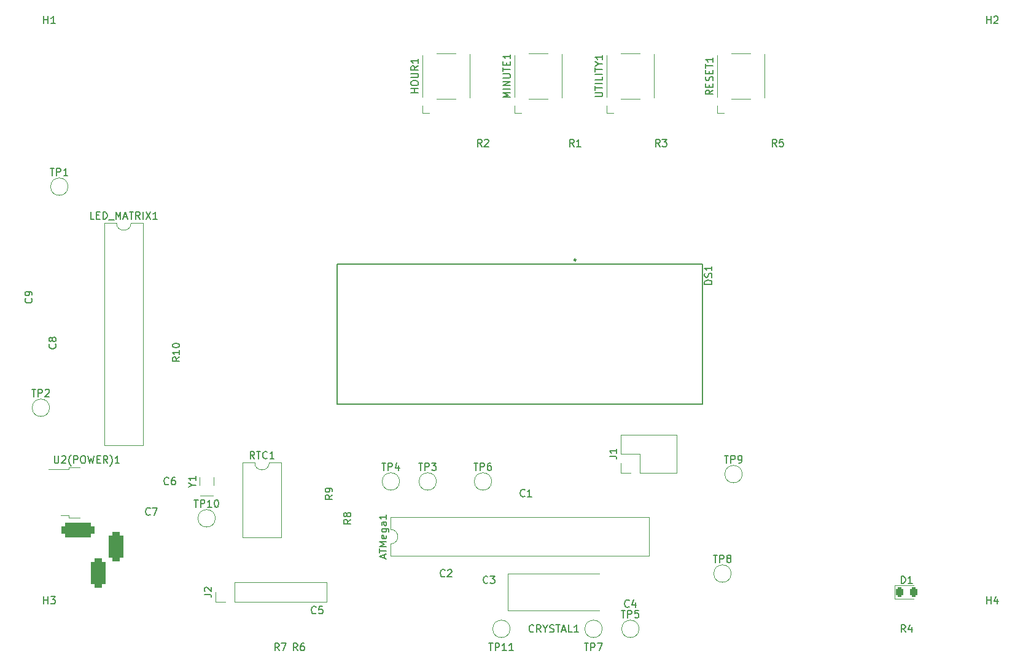
<source format=gbr>
%TF.GenerationSoftware,KiCad,Pcbnew,(6.0.5-0)*%
%TF.CreationDate,2022-07-21T21:11:39-05:00*%
%TF.ProjectId,hps-schematic-2.0,6870732d-7363-4686-956d-617469632d32,rev?*%
%TF.SameCoordinates,PX4c4db10PY8a12ae0*%
%TF.FileFunction,Legend,Top*%
%TF.FilePolarity,Positive*%
%FSLAX46Y46*%
G04 Gerber Fmt 4.6, Leading zero omitted, Abs format (unit mm)*
G04 Created by KiCad (PCBNEW (6.0.5-0)) date 2022-07-21 21:11:39*
%MOMM*%
%LPD*%
G01*
G04 APERTURE LIST*
G04 Aperture macros list*
%AMRoundRect*
0 Rectangle with rounded corners*
0 $1 Rounding radius*
0 $2 $3 $4 $5 $6 $7 $8 $9 X,Y pos of 4 corners*
0 Add a 4 corners polygon primitive as box body*
4,1,4,$2,$3,$4,$5,$6,$7,$8,$9,$2,$3,0*
0 Add four circle primitives for the rounded corners*
1,1,$1+$1,$2,$3*
1,1,$1+$1,$4,$5*
1,1,$1+$1,$6,$7*
1,1,$1+$1,$8,$9*
0 Add four rect primitives between the rounded corners*
20,1,$1+$1,$2,$3,$4,$5,0*
20,1,$1+$1,$4,$5,$6,$7,0*
20,1,$1+$1,$6,$7,$8,$9,0*
20,1,$1+$1,$8,$9,$2,$3,0*%
G04 Aperture macros list end*
%ADD10C,0.150000*%
%ADD11C,0.120000*%
%ADD12C,0.250000*%
%ADD13R,1.400000X1.150000*%
%ADD14C,3.200000*%
%ADD15R,1.150000X1.400000*%
%ADD16R,2.200000X1.200000*%
%ADD17R,6.400000X5.800000*%
%ADD18R,1.600000X1.600000*%
%ADD19O,1.600000X1.600000*%
%ADD20C,2.000000*%
%ADD21O,1.700000X1.700000*%
%ADD22R,1.700000X1.700000*%
%ADD23R,1.400000X1.600000*%
%ADD24RoundRect,0.243750X-0.243750X-0.456250X0.243750X-0.456250X0.243750X0.456250X-0.243750X0.456250X0*%
%ADD25R,1.400000X1.400000*%
%ADD26C,1.400000*%
%ADD27R,1.800000X1.000000*%
%ADD28R,4.500000X2.000000*%
%ADD29RoundRect,0.500000X1.750000X0.500000X-1.750000X0.500000X-1.750000X-0.500000X1.750000X-0.500000X0*%
%ADD30RoundRect,0.500000X-0.500000X1.500000X-0.500000X-1.500000X0.500000X-1.500000X0.500000X1.500000X0*%
%ADD31R,3.000000X3.000000*%
%ADD32C,3.000000*%
G04 APERTURE END LIST*
D10*
%TO.C,R6*%
X39203333Y2087620D02*
X38870000Y2563810D01*
X38631904Y2087620D02*
X38631904Y3087620D01*
X39012857Y3087620D01*
X39108095Y3040000D01*
X39155714Y2992381D01*
X39203333Y2897143D01*
X39203333Y2754286D01*
X39155714Y2659048D01*
X39108095Y2611429D01*
X39012857Y2563810D01*
X38631904Y2563810D01*
X40060476Y3087620D02*
X39870000Y3087620D01*
X39774761Y3040000D01*
X39727142Y2992381D01*
X39631904Y2849524D01*
X39584285Y2659048D01*
X39584285Y2278096D01*
X39631904Y2182858D01*
X39679523Y2135239D01*
X39774761Y2087620D01*
X39965238Y2087620D01*
X40060476Y2135239D01*
X40108095Y2182858D01*
X40155714Y2278096D01*
X40155714Y2516191D01*
X40108095Y2611429D01*
X40060476Y2659048D01*
X39965238Y2706667D01*
X39774761Y2706667D01*
X39679523Y2659048D01*
X39631904Y2611429D01*
X39584285Y2516191D01*
%TO.C,H4*%
X134228095Y8527620D02*
X134228095Y9527620D01*
X134228095Y9051429D02*
X134799523Y9051429D01*
X134799523Y8527620D02*
X134799523Y9527620D01*
X135704285Y9194286D02*
X135704285Y8527620D01*
X135466190Y9575239D02*
X135228095Y8860953D01*
X135847142Y8860953D01*
%TO.C,C3*%
X65433333Y11452858D02*
X65385714Y11405239D01*
X65242857Y11357620D01*
X65147619Y11357620D01*
X65004761Y11405239D01*
X64909523Y11500477D01*
X64861904Y11595715D01*
X64814285Y11786191D01*
X64814285Y11929048D01*
X64861904Y12119524D01*
X64909523Y12214762D01*
X65004761Y12310000D01*
X65147619Y12357620D01*
X65242857Y12357620D01*
X65385714Y12310000D01*
X65433333Y12262381D01*
X65766666Y12357620D02*
X66385714Y12357620D01*
X66052380Y11976667D01*
X66195238Y11976667D01*
X66290476Y11929048D01*
X66338095Y11881429D01*
X66385714Y11786191D01*
X66385714Y11548096D01*
X66338095Y11452858D01*
X66290476Y11405239D01*
X66195238Y11357620D01*
X65909523Y11357620D01*
X65814285Y11405239D01*
X65766666Y11452858D01*
%TO.C,C7*%
X18883333Y20852858D02*
X18835714Y20805239D01*
X18692857Y20757620D01*
X18597619Y20757620D01*
X18454761Y20805239D01*
X18359523Y20900477D01*
X18311904Y20995715D01*
X18264285Y21186191D01*
X18264285Y21329048D01*
X18311904Y21519524D01*
X18359523Y21614762D01*
X18454761Y21710000D01*
X18597619Y21757620D01*
X18692857Y21757620D01*
X18835714Y21710000D01*
X18883333Y21662381D01*
X19216666Y21757620D02*
X19883333Y21757620D01*
X19454761Y20757620D01*
%TO.C,C1*%
X70533333Y23392858D02*
X70485714Y23345239D01*
X70342857Y23297620D01*
X70247619Y23297620D01*
X70104761Y23345239D01*
X70009523Y23440477D01*
X69961904Y23535715D01*
X69914285Y23726191D01*
X69914285Y23869048D01*
X69961904Y24059524D01*
X70009523Y24154762D01*
X70104761Y24250000D01*
X70247619Y24297620D01*
X70342857Y24297620D01*
X70485714Y24250000D01*
X70533333Y24202381D01*
X71485714Y23297620D02*
X70914285Y23297620D01*
X71200000Y23297620D02*
X71200000Y24297620D01*
X71104761Y24154762D01*
X71009523Y24059524D01*
X70914285Y24011905D01*
%TO.C,R7*%
X36663333Y2087620D02*
X36330000Y2563810D01*
X36091904Y2087620D02*
X36091904Y3087620D01*
X36472857Y3087620D01*
X36568095Y3040000D01*
X36615714Y2992381D01*
X36663333Y2897143D01*
X36663333Y2754286D01*
X36615714Y2659048D01*
X36568095Y2611429D01*
X36472857Y2563810D01*
X36091904Y2563810D01*
X36996666Y3087620D02*
X37663333Y3087620D01*
X37234761Y2087620D01*
%TO.C,R10*%
X22932380Y42537143D02*
X22456190Y42203810D01*
X22932380Y41965715D02*
X21932380Y41965715D01*
X21932380Y42346667D01*
X21980000Y42441905D01*
X22027619Y42489524D01*
X22122857Y42537143D01*
X22265714Y42537143D01*
X22360952Y42489524D01*
X22408571Y42441905D01*
X22456190Y42346667D01*
X22456190Y41965715D01*
X22932380Y43489524D02*
X22932380Y42918096D01*
X22932380Y43203810D02*
X21932380Y43203810D01*
X22075238Y43108572D01*
X22170476Y43013334D01*
X22218095Y42918096D01*
X21932380Y44108572D02*
X21932380Y44203810D01*
X21980000Y44299048D01*
X22027619Y44346667D01*
X22122857Y44394286D01*
X22313333Y44441905D01*
X22551428Y44441905D01*
X22741904Y44394286D01*
X22837142Y44346667D01*
X22884761Y44299048D01*
X22932380Y44203810D01*
X22932380Y44108572D01*
X22884761Y44013334D01*
X22837142Y43965715D01*
X22741904Y43918096D01*
X22551428Y43870477D01*
X22313333Y43870477D01*
X22122857Y43918096D01*
X22027619Y43965715D01*
X21980000Y44013334D01*
X21932380Y44108572D01*
%TO.C,R3*%
X89153333Y71557620D02*
X88820000Y72033810D01*
X88581904Y71557620D02*
X88581904Y72557620D01*
X88962857Y72557620D01*
X89058095Y72510000D01*
X89105714Y72462381D01*
X89153333Y72367143D01*
X89153333Y72224286D01*
X89105714Y72129048D01*
X89058095Y72081429D01*
X88962857Y72033810D01*
X88581904Y72033810D01*
X89486666Y72557620D02*
X90105714Y72557620D01*
X89772380Y72176667D01*
X89915238Y72176667D01*
X90010476Y72129048D01*
X90058095Y72081429D01*
X90105714Y71986191D01*
X90105714Y71748096D01*
X90058095Y71652858D01*
X90010476Y71605239D01*
X89915238Y71557620D01*
X89629523Y71557620D01*
X89534285Y71605239D01*
X89486666Y71652858D01*
%TO.C,R4*%
X123023333Y4627620D02*
X122690000Y5103810D01*
X122451904Y4627620D02*
X122451904Y5627620D01*
X122832857Y5627620D01*
X122928095Y5580000D01*
X122975714Y5532381D01*
X123023333Y5437143D01*
X123023333Y5294286D01*
X122975714Y5199048D01*
X122928095Y5151429D01*
X122832857Y5103810D01*
X122451904Y5103810D01*
X123880476Y5294286D02*
X123880476Y4627620D01*
X123642380Y5675239D02*
X123404285Y4960953D01*
X124023333Y4960953D01*
%TO.C,U2(POWER)1*%
X5687619Y28922620D02*
X5687619Y28113096D01*
X5735238Y28017858D01*
X5782857Y27970239D01*
X5878095Y27922620D01*
X6068571Y27922620D01*
X6163809Y27970239D01*
X6211428Y28017858D01*
X6259047Y28113096D01*
X6259047Y28922620D01*
X6687619Y28827381D02*
X6735238Y28875000D01*
X6830476Y28922620D01*
X7068571Y28922620D01*
X7163809Y28875000D01*
X7211428Y28827381D01*
X7259047Y28732143D01*
X7259047Y28636905D01*
X7211428Y28494048D01*
X6640000Y27922620D01*
X7259047Y27922620D01*
X7973333Y27541667D02*
X7925714Y27589286D01*
X7830476Y27732143D01*
X7782857Y27827381D01*
X7735238Y27970239D01*
X7687619Y28208334D01*
X7687619Y28398810D01*
X7735238Y28636905D01*
X7782857Y28779762D01*
X7830476Y28875000D01*
X7925714Y29017858D01*
X7973333Y29065477D01*
X8354285Y27922620D02*
X8354285Y28922620D01*
X8735238Y28922620D01*
X8830476Y28875000D01*
X8878095Y28827381D01*
X8925714Y28732143D01*
X8925714Y28589286D01*
X8878095Y28494048D01*
X8830476Y28446429D01*
X8735238Y28398810D01*
X8354285Y28398810D01*
X9544761Y28922620D02*
X9735238Y28922620D01*
X9830476Y28875000D01*
X9925714Y28779762D01*
X9973333Y28589286D01*
X9973333Y28255953D01*
X9925714Y28065477D01*
X9830476Y27970239D01*
X9735238Y27922620D01*
X9544761Y27922620D01*
X9449523Y27970239D01*
X9354285Y28065477D01*
X9306666Y28255953D01*
X9306666Y28589286D01*
X9354285Y28779762D01*
X9449523Y28875000D01*
X9544761Y28922620D01*
X10306666Y28922620D02*
X10544761Y27922620D01*
X10735238Y28636905D01*
X10925714Y27922620D01*
X11163809Y28922620D01*
X11544761Y28446429D02*
X11878095Y28446429D01*
X12020952Y27922620D02*
X11544761Y27922620D01*
X11544761Y28922620D01*
X12020952Y28922620D01*
X13020952Y27922620D02*
X12687619Y28398810D01*
X12449523Y27922620D02*
X12449523Y28922620D01*
X12830476Y28922620D01*
X12925714Y28875000D01*
X12973333Y28827381D01*
X13020952Y28732143D01*
X13020952Y28589286D01*
X12973333Y28494048D01*
X12925714Y28446429D01*
X12830476Y28398810D01*
X12449523Y28398810D01*
X13354285Y27541667D02*
X13401904Y27589286D01*
X13497142Y27732143D01*
X13544761Y27827381D01*
X13592380Y27970239D01*
X13640000Y28208334D01*
X13640000Y28398810D01*
X13592380Y28636905D01*
X13544761Y28779762D01*
X13497142Y28875000D01*
X13401904Y29017858D01*
X13354285Y29065477D01*
X14640000Y27922620D02*
X14068571Y27922620D01*
X14354285Y27922620D02*
X14354285Y28922620D01*
X14259047Y28779762D01*
X14163809Y28684524D01*
X14068571Y28636905D01*
%TO.C,LED_MATRIX1*%
X11144761Y61572620D02*
X10668571Y61572620D01*
X10668571Y62572620D01*
X11478095Y62096429D02*
X11811428Y62096429D01*
X11954285Y61572620D02*
X11478095Y61572620D01*
X11478095Y62572620D01*
X11954285Y62572620D01*
X12382857Y61572620D02*
X12382857Y62572620D01*
X12620952Y62572620D01*
X12763809Y62525000D01*
X12859047Y62429762D01*
X12906666Y62334524D01*
X12954285Y62144048D01*
X12954285Y62001191D01*
X12906666Y61810715D01*
X12859047Y61715477D01*
X12763809Y61620239D01*
X12620952Y61572620D01*
X12382857Y61572620D01*
X13144761Y61477381D02*
X13906666Y61477381D01*
X14144761Y61572620D02*
X14144761Y62572620D01*
X14478095Y61858334D01*
X14811428Y62572620D01*
X14811428Y61572620D01*
X15240000Y61858334D02*
X15716190Y61858334D01*
X15144761Y61572620D02*
X15478095Y62572620D01*
X15811428Y61572620D01*
X16001904Y62572620D02*
X16573333Y62572620D01*
X16287619Y61572620D02*
X16287619Y62572620D01*
X17478095Y61572620D02*
X17144761Y62048810D01*
X16906666Y61572620D02*
X16906666Y62572620D01*
X17287619Y62572620D01*
X17382857Y62525000D01*
X17430476Y62477381D01*
X17478095Y62382143D01*
X17478095Y62239286D01*
X17430476Y62144048D01*
X17382857Y62096429D01*
X17287619Y62048810D01*
X16906666Y62048810D01*
X17906666Y61572620D02*
X17906666Y62572620D01*
X18287619Y62572620D02*
X18954285Y61572620D01*
X18954285Y62572620D02*
X18287619Y61572620D01*
X19859047Y61572620D02*
X19287619Y61572620D01*
X19573333Y61572620D02*
X19573333Y62572620D01*
X19478095Y62429762D01*
X19382857Y62334524D01*
X19287619Y62286905D01*
%TO.C,RTC1*%
X33252380Y28537620D02*
X32919047Y29013810D01*
X32680952Y28537620D02*
X32680952Y29537620D01*
X33061904Y29537620D01*
X33157142Y29490000D01*
X33204761Y29442381D01*
X33252380Y29347143D01*
X33252380Y29204286D01*
X33204761Y29109048D01*
X33157142Y29061429D01*
X33061904Y29013810D01*
X32680952Y29013810D01*
X33538095Y29537620D02*
X34109523Y29537620D01*
X33823809Y28537620D02*
X33823809Y29537620D01*
X35014285Y28632858D02*
X34966666Y28585239D01*
X34823809Y28537620D01*
X34728571Y28537620D01*
X34585714Y28585239D01*
X34490476Y28680477D01*
X34442857Y28775715D01*
X34395238Y28966191D01*
X34395238Y29109048D01*
X34442857Y29299524D01*
X34490476Y29394762D01*
X34585714Y29490000D01*
X34728571Y29537620D01*
X34823809Y29537620D01*
X34966666Y29490000D01*
X35014285Y29442381D01*
X35966666Y28537620D02*
X35395238Y28537620D01*
X35680952Y28537620D02*
X35680952Y29537620D01*
X35585714Y29394762D01*
X35490476Y29299524D01*
X35395238Y29251905D01*
%TO.C,TP8*%
X96528095Y15245620D02*
X97099523Y15245620D01*
X96813809Y14245620D02*
X96813809Y15245620D01*
X97432857Y14245620D02*
X97432857Y15245620D01*
X97813809Y15245620D01*
X97909047Y15198000D01*
X97956666Y15150381D01*
X98004285Y15055143D01*
X98004285Y14912286D01*
X97956666Y14817048D01*
X97909047Y14769429D01*
X97813809Y14721810D01*
X97432857Y14721810D01*
X98575714Y14817048D02*
X98480476Y14864667D01*
X98432857Y14912286D01*
X98385238Y15007524D01*
X98385238Y15055143D01*
X98432857Y15150381D01*
X98480476Y15198000D01*
X98575714Y15245620D01*
X98766190Y15245620D01*
X98861428Y15198000D01*
X98909047Y15150381D01*
X98956666Y15055143D01*
X98956666Y15007524D01*
X98909047Y14912286D01*
X98861428Y14864667D01*
X98766190Y14817048D01*
X98575714Y14817048D01*
X98480476Y14769429D01*
X98432857Y14721810D01*
X98385238Y14626572D01*
X98385238Y14436096D01*
X98432857Y14340858D01*
X98480476Y14293239D01*
X98575714Y14245620D01*
X98766190Y14245620D01*
X98861428Y14293239D01*
X98909047Y14340858D01*
X98956666Y14436096D01*
X98956666Y14626572D01*
X98909047Y14721810D01*
X98861428Y14769429D01*
X98766190Y14817048D01*
%TO.C,TP4*%
X50808095Y27945620D02*
X51379523Y27945620D01*
X51093809Y26945620D02*
X51093809Y27945620D01*
X51712857Y26945620D02*
X51712857Y27945620D01*
X52093809Y27945620D01*
X52189047Y27898000D01*
X52236666Y27850381D01*
X52284285Y27755143D01*
X52284285Y27612286D01*
X52236666Y27517048D01*
X52189047Y27469429D01*
X52093809Y27421810D01*
X51712857Y27421810D01*
X53141428Y27612286D02*
X53141428Y26945620D01*
X52903333Y27993239D02*
X52665238Y27278953D01*
X53284285Y27278953D01*
%TO.C,H2*%
X134228095Y88527620D02*
X134228095Y89527620D01*
X134228095Y89051429D02*
X134799523Y89051429D01*
X134799523Y88527620D02*
X134799523Y89527620D01*
X135228095Y89432381D02*
X135275714Y89480000D01*
X135370952Y89527620D01*
X135609047Y89527620D01*
X135704285Y89480000D01*
X135751904Y89432381D01*
X135799523Y89337143D01*
X135799523Y89241905D01*
X135751904Y89099048D01*
X135180476Y88527620D01*
X135799523Y88527620D01*
%TO.C,H3*%
X4228095Y8527620D02*
X4228095Y9527620D01*
X4228095Y9051429D02*
X4799523Y9051429D01*
X4799523Y8527620D02*
X4799523Y9527620D01*
X5180476Y9527620D02*
X5799523Y9527620D01*
X5466190Y9146667D01*
X5609047Y9146667D01*
X5704285Y9099048D01*
X5751904Y9051429D01*
X5799523Y8956191D01*
X5799523Y8718096D01*
X5751904Y8622858D01*
X5704285Y8575239D01*
X5609047Y8527620D01*
X5323333Y8527620D01*
X5228095Y8575239D01*
X5180476Y8622858D01*
%TO.C,C5*%
X41743333Y7262858D02*
X41695714Y7215239D01*
X41552857Y7167620D01*
X41457619Y7167620D01*
X41314761Y7215239D01*
X41219523Y7310477D01*
X41171904Y7405715D01*
X41124285Y7596191D01*
X41124285Y7739048D01*
X41171904Y7929524D01*
X41219523Y8024762D01*
X41314761Y8120000D01*
X41457619Y8167620D01*
X41552857Y8167620D01*
X41695714Y8120000D01*
X41743333Y8072381D01*
X42648095Y8167620D02*
X42171904Y8167620D01*
X42124285Y7691429D01*
X42171904Y7739048D01*
X42267142Y7786667D01*
X42505238Y7786667D01*
X42600476Y7739048D01*
X42648095Y7691429D01*
X42695714Y7596191D01*
X42695714Y7358096D01*
X42648095Y7262858D01*
X42600476Y7215239D01*
X42505238Y7167620D01*
X42267142Y7167620D01*
X42171904Y7215239D01*
X42124285Y7262858D01*
%TO.C,TP9*%
X98053095Y28960620D02*
X98624523Y28960620D01*
X98338809Y27960620D02*
X98338809Y28960620D01*
X98957857Y27960620D02*
X98957857Y28960620D01*
X99338809Y28960620D01*
X99434047Y28913000D01*
X99481666Y28865381D01*
X99529285Y28770143D01*
X99529285Y28627286D01*
X99481666Y28532048D01*
X99434047Y28484429D01*
X99338809Y28436810D01*
X98957857Y28436810D01*
X100005476Y27960620D02*
X100195952Y27960620D01*
X100291190Y28008239D01*
X100338809Y28055858D01*
X100434047Y28198715D01*
X100481666Y28389191D01*
X100481666Y28770143D01*
X100434047Y28865381D01*
X100386428Y28913000D01*
X100291190Y28960620D01*
X100100714Y28960620D01*
X100005476Y28913000D01*
X99957857Y28865381D01*
X99910238Y28770143D01*
X99910238Y28532048D01*
X99957857Y28436810D01*
X100005476Y28389191D01*
X100100714Y28341572D01*
X100291190Y28341572D01*
X100386428Y28389191D01*
X100434047Y28436810D01*
X100481666Y28532048D01*
%TO.C,TP6*%
X63508095Y27945620D02*
X64079523Y27945620D01*
X63793809Y26945620D02*
X63793809Y27945620D01*
X64412857Y26945620D02*
X64412857Y27945620D01*
X64793809Y27945620D01*
X64889047Y27898000D01*
X64936666Y27850381D01*
X64984285Y27755143D01*
X64984285Y27612286D01*
X64936666Y27517048D01*
X64889047Y27469429D01*
X64793809Y27421810D01*
X64412857Y27421810D01*
X65841428Y27945620D02*
X65650952Y27945620D01*
X65555714Y27898000D01*
X65508095Y27850381D01*
X65412857Y27707524D01*
X65365238Y27517048D01*
X65365238Y27136096D01*
X65412857Y27040858D01*
X65460476Y26993239D01*
X65555714Y26945620D01*
X65746190Y26945620D01*
X65841428Y26993239D01*
X65889047Y27040858D01*
X65936666Y27136096D01*
X65936666Y27374191D01*
X65889047Y27469429D01*
X65841428Y27517048D01*
X65746190Y27564667D01*
X65555714Y27564667D01*
X65460476Y27517048D01*
X65412857Y27469429D01*
X65365238Y27374191D01*
%TO.C,TP2*%
X2548095Y38105620D02*
X3119523Y38105620D01*
X2833809Y37105620D02*
X2833809Y38105620D01*
X3452857Y37105620D02*
X3452857Y38105620D01*
X3833809Y38105620D01*
X3929047Y38058000D01*
X3976666Y38010381D01*
X4024285Y37915143D01*
X4024285Y37772286D01*
X3976666Y37677048D01*
X3929047Y37629429D01*
X3833809Y37581810D01*
X3452857Y37581810D01*
X4405238Y38010381D02*
X4452857Y38058000D01*
X4548095Y38105620D01*
X4786190Y38105620D01*
X4881428Y38058000D01*
X4929047Y38010381D01*
X4976666Y37915143D01*
X4976666Y37819905D01*
X4929047Y37677048D01*
X4357619Y37105620D01*
X4976666Y37105620D01*
%TO.C,R8*%
X46552380Y20153334D02*
X46076190Y19820000D01*
X46552380Y19581905D02*
X45552380Y19581905D01*
X45552380Y19962858D01*
X45600000Y20058096D01*
X45647619Y20105715D01*
X45742857Y20153334D01*
X45885714Y20153334D01*
X45980952Y20105715D01*
X46028571Y20058096D01*
X46076190Y19962858D01*
X46076190Y19581905D01*
X45980952Y20724762D02*
X45933333Y20629524D01*
X45885714Y20581905D01*
X45790476Y20534286D01*
X45742857Y20534286D01*
X45647619Y20581905D01*
X45600000Y20629524D01*
X45552380Y20724762D01*
X45552380Y20915239D01*
X45600000Y21010477D01*
X45647619Y21058096D01*
X45742857Y21105715D01*
X45790476Y21105715D01*
X45885714Y21058096D01*
X45933333Y21010477D01*
X45980952Y20915239D01*
X45980952Y20724762D01*
X46028571Y20629524D01*
X46076190Y20581905D01*
X46171428Y20534286D01*
X46361904Y20534286D01*
X46457142Y20581905D01*
X46504761Y20629524D01*
X46552380Y20724762D01*
X46552380Y20915239D01*
X46504761Y21010477D01*
X46457142Y21058096D01*
X46361904Y21105715D01*
X46171428Y21105715D01*
X46076190Y21058096D01*
X46028571Y21010477D01*
X45980952Y20915239D01*
%TO.C,C9*%
X2517142Y50633334D02*
X2564761Y50585715D01*
X2612380Y50442858D01*
X2612380Y50347620D01*
X2564761Y50204762D01*
X2469523Y50109524D01*
X2374285Y50061905D01*
X2183809Y50014286D01*
X2040952Y50014286D01*
X1850476Y50061905D01*
X1755238Y50109524D01*
X1660000Y50204762D01*
X1612380Y50347620D01*
X1612380Y50442858D01*
X1660000Y50585715D01*
X1707619Y50633334D01*
X2612380Y51109524D02*
X2612380Y51300000D01*
X2564761Y51395239D01*
X2517142Y51442858D01*
X2374285Y51538096D01*
X2183809Y51585715D01*
X1802857Y51585715D01*
X1707619Y51538096D01*
X1660000Y51490477D01*
X1612380Y51395239D01*
X1612380Y51204762D01*
X1660000Y51109524D01*
X1707619Y51061905D01*
X1802857Y51014286D01*
X2040952Y51014286D01*
X2136190Y51061905D01*
X2183809Y51109524D01*
X2231428Y51204762D01*
X2231428Y51395239D01*
X2183809Y51490477D01*
X2136190Y51538096D01*
X2040952Y51585715D01*
%TO.C,TP10*%
X24931904Y22865620D02*
X25503333Y22865620D01*
X25217619Y21865620D02*
X25217619Y22865620D01*
X25836666Y21865620D02*
X25836666Y22865620D01*
X26217619Y22865620D01*
X26312857Y22818000D01*
X26360476Y22770381D01*
X26408095Y22675143D01*
X26408095Y22532286D01*
X26360476Y22437048D01*
X26312857Y22389429D01*
X26217619Y22341810D01*
X25836666Y22341810D01*
X27360476Y21865620D02*
X26789047Y21865620D01*
X27074761Y21865620D02*
X27074761Y22865620D01*
X26979523Y22722762D01*
X26884285Y22627524D01*
X26789047Y22579905D01*
X27979523Y22865620D02*
X28074761Y22865620D01*
X28170000Y22818000D01*
X28217619Y22770381D01*
X28265238Y22675143D01*
X28312857Y22484667D01*
X28312857Y22246572D01*
X28265238Y22056096D01*
X28217619Y21960858D01*
X28170000Y21913239D01*
X28074761Y21865620D01*
X27979523Y21865620D01*
X27884285Y21913239D01*
X27836666Y21960858D01*
X27789047Y22056096D01*
X27741428Y22246572D01*
X27741428Y22484667D01*
X27789047Y22675143D01*
X27836666Y22770381D01*
X27884285Y22818000D01*
X27979523Y22865620D01*
%TO.C,J2*%
X26332380Y9826667D02*
X27046666Y9826667D01*
X27189523Y9779048D01*
X27284761Y9683810D01*
X27332380Y9540953D01*
X27332380Y9445715D01*
X26427619Y10255239D02*
X26380000Y10302858D01*
X26332380Y10398096D01*
X26332380Y10636191D01*
X26380000Y10731429D01*
X26427619Y10779048D01*
X26522857Y10826667D01*
X26618095Y10826667D01*
X26760952Y10779048D01*
X27332380Y10207620D01*
X27332380Y10826667D01*
%TO.C,H1*%
X4228095Y88527620D02*
X4228095Y89527620D01*
X4228095Y89051429D02*
X4799523Y89051429D01*
X4799523Y88527620D02*
X4799523Y89527620D01*
X5799523Y88527620D02*
X5228095Y88527620D01*
X5513809Y88527620D02*
X5513809Y89527620D01*
X5418571Y89384762D01*
X5323333Y89289524D01*
X5228095Y89241905D01*
%TO.C,C4*%
X84923333Y8152858D02*
X84875714Y8105239D01*
X84732857Y8057620D01*
X84637619Y8057620D01*
X84494761Y8105239D01*
X84399523Y8200477D01*
X84351904Y8295715D01*
X84304285Y8486191D01*
X84304285Y8629048D01*
X84351904Y8819524D01*
X84399523Y8914762D01*
X84494761Y9010000D01*
X84637619Y9057620D01*
X84732857Y9057620D01*
X84875714Y9010000D01*
X84923333Y8962381D01*
X85780476Y8724286D02*
X85780476Y8057620D01*
X85542380Y9105239D02*
X85304285Y8390953D01*
X85923333Y8390953D01*
%TO.C,TP7*%
X78748095Y3087620D02*
X79319523Y3087620D01*
X79033809Y2087620D02*
X79033809Y3087620D01*
X79652857Y2087620D02*
X79652857Y3087620D01*
X80033809Y3087620D01*
X80129047Y3040000D01*
X80176666Y2992381D01*
X80224285Y2897143D01*
X80224285Y2754286D01*
X80176666Y2659048D01*
X80129047Y2611429D01*
X80033809Y2563810D01*
X79652857Y2563810D01*
X80557619Y3087620D02*
X81224285Y3087620D01*
X80795714Y2087620D01*
%TO.C,HOUR1*%
X55842380Y78970477D02*
X54842380Y78970477D01*
X55318571Y78970477D02*
X55318571Y79541905D01*
X55842380Y79541905D02*
X54842380Y79541905D01*
X54842380Y80208572D02*
X54842380Y80399048D01*
X54890000Y80494286D01*
X54985238Y80589524D01*
X55175714Y80637143D01*
X55509047Y80637143D01*
X55699523Y80589524D01*
X55794761Y80494286D01*
X55842380Y80399048D01*
X55842380Y80208572D01*
X55794761Y80113334D01*
X55699523Y80018096D01*
X55509047Y79970477D01*
X55175714Y79970477D01*
X54985238Y80018096D01*
X54890000Y80113334D01*
X54842380Y80208572D01*
X54842380Y81065715D02*
X55651904Y81065715D01*
X55747142Y81113334D01*
X55794761Y81160953D01*
X55842380Y81256191D01*
X55842380Y81446667D01*
X55794761Y81541905D01*
X55747142Y81589524D01*
X55651904Y81637143D01*
X54842380Y81637143D01*
X55842380Y82684762D02*
X55366190Y82351429D01*
X55842380Y82113334D02*
X54842380Y82113334D01*
X54842380Y82494286D01*
X54890000Y82589524D01*
X54937619Y82637143D01*
X55032857Y82684762D01*
X55175714Y82684762D01*
X55270952Y82637143D01*
X55318571Y82589524D01*
X55366190Y82494286D01*
X55366190Y82113334D01*
X55842380Y83637143D02*
X55842380Y83065715D01*
X55842380Y83351429D02*
X54842380Y83351429D01*
X54985238Y83256191D01*
X55080476Y83160953D01*
X55128095Y83065715D01*
%TO.C,C8*%
X5817142Y44336412D02*
X5864761Y44288793D01*
X5912380Y44145936D01*
X5912380Y44050698D01*
X5864761Y43907840D01*
X5769523Y43812602D01*
X5674285Y43764983D01*
X5483809Y43717364D01*
X5340952Y43717364D01*
X5150476Y43764983D01*
X5055238Y43812602D01*
X4960000Y43907840D01*
X4912380Y44050698D01*
X4912380Y44145936D01*
X4960000Y44288793D01*
X5007619Y44336412D01*
X5340952Y44907840D02*
X5293333Y44812602D01*
X5245714Y44764983D01*
X5150476Y44717364D01*
X5102857Y44717364D01*
X5007619Y44764983D01*
X4960000Y44812602D01*
X4912380Y44907840D01*
X4912380Y45098317D01*
X4960000Y45193555D01*
X5007619Y45241174D01*
X5102857Y45288793D01*
X5150476Y45288793D01*
X5245714Y45241174D01*
X5293333Y45193555D01*
X5340952Y45098317D01*
X5340952Y44907840D01*
X5388571Y44812602D01*
X5436190Y44764983D01*
X5531428Y44717364D01*
X5721904Y44717364D01*
X5817142Y44764983D01*
X5864761Y44812602D01*
X5912380Y44907840D01*
X5912380Y45098317D01*
X5864761Y45193555D01*
X5817142Y45241174D01*
X5721904Y45288793D01*
X5531428Y45288793D01*
X5436190Y45241174D01*
X5388571Y45193555D01*
X5340952Y45098317D01*
%TO.C,R1*%
X77303333Y71557620D02*
X76970000Y72033810D01*
X76731904Y71557620D02*
X76731904Y72557620D01*
X77112857Y72557620D01*
X77208095Y72510000D01*
X77255714Y72462381D01*
X77303333Y72367143D01*
X77303333Y72224286D01*
X77255714Y72129048D01*
X77208095Y72081429D01*
X77112857Y72033810D01*
X76731904Y72033810D01*
X78255714Y71557620D02*
X77684285Y71557620D01*
X77970000Y71557620D02*
X77970000Y72557620D01*
X77874761Y72414762D01*
X77779523Y72319524D01*
X77684285Y72271905D01*
%TO.C,R5*%
X105243333Y71557620D02*
X104910000Y72033810D01*
X104671904Y71557620D02*
X104671904Y72557620D01*
X105052857Y72557620D01*
X105148095Y72510000D01*
X105195714Y72462381D01*
X105243333Y72367143D01*
X105243333Y72224286D01*
X105195714Y72129048D01*
X105148095Y72081429D01*
X105052857Y72033810D01*
X104671904Y72033810D01*
X106148095Y72557620D02*
X105671904Y72557620D01*
X105624285Y72081429D01*
X105671904Y72129048D01*
X105767142Y72176667D01*
X106005238Y72176667D01*
X106100476Y72129048D01*
X106148095Y72081429D01*
X106195714Y71986191D01*
X106195714Y71748096D01*
X106148095Y71652858D01*
X106100476Y71605239D01*
X106005238Y71557620D01*
X105767142Y71557620D01*
X105671904Y71605239D01*
X105624285Y71652858D01*
%TO.C,ATMega1*%
X51186666Y14790000D02*
X51186666Y15266191D01*
X51472380Y14694762D02*
X50472380Y15028096D01*
X51472380Y15361429D01*
X50472380Y15551905D02*
X50472380Y16123334D01*
X51472380Y15837620D02*
X50472380Y15837620D01*
X51472380Y16456667D02*
X50472380Y16456667D01*
X51186666Y16790000D01*
X50472380Y17123334D01*
X51472380Y17123334D01*
X51424761Y17980477D02*
X51472380Y17885239D01*
X51472380Y17694762D01*
X51424761Y17599524D01*
X51329523Y17551905D01*
X50948571Y17551905D01*
X50853333Y17599524D01*
X50805714Y17694762D01*
X50805714Y17885239D01*
X50853333Y17980477D01*
X50948571Y18028096D01*
X51043809Y18028096D01*
X51139047Y17551905D01*
X50805714Y18885239D02*
X51615238Y18885239D01*
X51710476Y18837620D01*
X51758095Y18790000D01*
X51805714Y18694762D01*
X51805714Y18551905D01*
X51758095Y18456667D01*
X51424761Y18885239D02*
X51472380Y18790000D01*
X51472380Y18599524D01*
X51424761Y18504286D01*
X51377142Y18456667D01*
X51281904Y18409048D01*
X50996190Y18409048D01*
X50900952Y18456667D01*
X50853333Y18504286D01*
X50805714Y18599524D01*
X50805714Y18790000D01*
X50853333Y18885239D01*
X51472380Y19790000D02*
X50948571Y19790000D01*
X50853333Y19742381D01*
X50805714Y19647143D01*
X50805714Y19456667D01*
X50853333Y19361429D01*
X51424761Y19790000D02*
X51472380Y19694762D01*
X51472380Y19456667D01*
X51424761Y19361429D01*
X51329523Y19313810D01*
X51234285Y19313810D01*
X51139047Y19361429D01*
X51091428Y19456667D01*
X51091428Y19694762D01*
X51043809Y19790000D01*
X51472380Y20790000D02*
X51472380Y20218572D01*
X51472380Y20504286D02*
X50472380Y20504286D01*
X50615238Y20409048D01*
X50710476Y20313810D01*
X50758095Y20218572D01*
%TO.C,J1*%
X82212380Y28876667D02*
X82926666Y28876667D01*
X83069523Y28829048D01*
X83164761Y28733810D01*
X83212380Y28590953D01*
X83212380Y28495715D01*
X83212380Y29876667D02*
X83212380Y29305239D01*
X83212380Y29590953D02*
X82212380Y29590953D01*
X82355238Y29495715D01*
X82450476Y29400477D01*
X82498095Y29305239D01*
%TO.C,UTILITY1*%
X80242380Y78446667D02*
X81051904Y78446667D01*
X81147142Y78494286D01*
X81194761Y78541905D01*
X81242380Y78637143D01*
X81242380Y78827620D01*
X81194761Y78922858D01*
X81147142Y78970477D01*
X81051904Y79018096D01*
X80242380Y79018096D01*
X80242380Y79351429D02*
X80242380Y79922858D01*
X81242380Y79637143D02*
X80242380Y79637143D01*
X81242380Y80256191D02*
X80242380Y80256191D01*
X81242380Y81208572D02*
X81242380Y80732381D01*
X80242380Y80732381D01*
X81242380Y81541905D02*
X80242380Y81541905D01*
X80242380Y81875239D02*
X80242380Y82446667D01*
X81242380Y82160953D02*
X80242380Y82160953D01*
X80766190Y82970477D02*
X81242380Y82970477D01*
X80242380Y82637143D02*
X80766190Y82970477D01*
X80242380Y83303810D01*
X81242380Y84160953D02*
X81242380Y83589524D01*
X81242380Y83875239D02*
X80242380Y83875239D01*
X80385238Y83780000D01*
X80480476Y83684762D01*
X80528095Y83589524D01*
%TO.C,D1*%
X122451904Y11357620D02*
X122451904Y12357620D01*
X122690000Y12357620D01*
X122832857Y12310000D01*
X122928095Y12214762D01*
X122975714Y12119524D01*
X123023333Y11929048D01*
X123023333Y11786191D01*
X122975714Y11595715D01*
X122928095Y11500477D01*
X122832857Y11405239D01*
X122690000Y11357620D01*
X122451904Y11357620D01*
X123975714Y11357620D02*
X123404285Y11357620D01*
X123690000Y11357620D02*
X123690000Y12357620D01*
X123594761Y12214762D01*
X123499523Y12119524D01*
X123404285Y12071905D01*
%TO.C,TP1*%
X5088095Y68585620D02*
X5659523Y68585620D01*
X5373809Y67585620D02*
X5373809Y68585620D01*
X5992857Y67585620D02*
X5992857Y68585620D01*
X6373809Y68585620D01*
X6469047Y68538000D01*
X6516666Y68490381D01*
X6564285Y68395143D01*
X6564285Y68252286D01*
X6516666Y68157048D01*
X6469047Y68109429D01*
X6373809Y68061810D01*
X5992857Y68061810D01*
X7516666Y67585620D02*
X6945238Y67585620D01*
X7230952Y67585620D02*
X7230952Y68585620D01*
X7135714Y68442762D01*
X7040476Y68347524D01*
X6945238Y68299905D01*
%TO.C,R2*%
X64603333Y71557620D02*
X64270000Y72033810D01*
X64031904Y71557620D02*
X64031904Y72557620D01*
X64412857Y72557620D01*
X64508095Y72510000D01*
X64555714Y72462381D01*
X64603333Y72367143D01*
X64603333Y72224286D01*
X64555714Y72129048D01*
X64508095Y72081429D01*
X64412857Y72033810D01*
X64031904Y72033810D01*
X64984285Y72462381D02*
X65031904Y72510000D01*
X65127142Y72557620D01*
X65365238Y72557620D01*
X65460476Y72510000D01*
X65508095Y72462381D01*
X65555714Y72367143D01*
X65555714Y72271905D01*
X65508095Y72129048D01*
X64936666Y71557620D01*
X65555714Y71557620D01*
%TO.C,RESET1*%
X96482380Y79351429D02*
X96006190Y79018096D01*
X96482380Y78780000D02*
X95482380Y78780000D01*
X95482380Y79160953D01*
X95530000Y79256191D01*
X95577619Y79303810D01*
X95672857Y79351429D01*
X95815714Y79351429D01*
X95910952Y79303810D01*
X95958571Y79256191D01*
X96006190Y79160953D01*
X96006190Y78780000D01*
X95958571Y79780000D02*
X95958571Y80113334D01*
X96482380Y80256191D02*
X96482380Y79780000D01*
X95482380Y79780000D01*
X95482380Y80256191D01*
X96434761Y80637143D02*
X96482380Y80780000D01*
X96482380Y81018096D01*
X96434761Y81113334D01*
X96387142Y81160953D01*
X96291904Y81208572D01*
X96196666Y81208572D01*
X96101428Y81160953D01*
X96053809Y81113334D01*
X96006190Y81018096D01*
X95958571Y80827620D01*
X95910952Y80732381D01*
X95863333Y80684762D01*
X95768095Y80637143D01*
X95672857Y80637143D01*
X95577619Y80684762D01*
X95530000Y80732381D01*
X95482380Y80827620D01*
X95482380Y81065715D01*
X95530000Y81208572D01*
X95958571Y81637143D02*
X95958571Y81970477D01*
X96482380Y82113334D02*
X96482380Y81637143D01*
X95482380Y81637143D01*
X95482380Y82113334D01*
X95482380Y82399048D02*
X95482380Y82970477D01*
X96482380Y82684762D02*
X95482380Y82684762D01*
X96482380Y83827620D02*
X96482380Y83256191D01*
X96482380Y83541905D02*
X95482380Y83541905D01*
X95625238Y83446667D01*
X95720476Y83351429D01*
X95768095Y83256191D01*
%TO.C,DS1*%
X96327380Y52580834D02*
X95327380Y52580834D01*
X95327380Y52818929D01*
X95375000Y52961786D01*
X95470238Y53057024D01*
X95565476Y53104643D01*
X95755952Y53152262D01*
X95898809Y53152262D01*
X96089285Y53104643D01*
X96184523Y53057024D01*
X96279761Y52961786D01*
X96327380Y52818929D01*
X96327380Y52580834D01*
X96279761Y53533215D02*
X96327380Y53676072D01*
X96327380Y53914167D01*
X96279761Y54009405D01*
X96232142Y54057024D01*
X96136904Y54104643D01*
X96041666Y54104643D01*
X95946428Y54057024D01*
X95898809Y54009405D01*
X95851190Y53914167D01*
X95803571Y53723691D01*
X95755952Y53628453D01*
X95708333Y53580834D01*
X95613095Y53533215D01*
X95517857Y53533215D01*
X95422619Y53580834D01*
X95375000Y53628453D01*
X95327380Y53723691D01*
X95327380Y53961786D01*
X95375000Y54104643D01*
X96327380Y55057024D02*
X96327380Y54485596D01*
X96327380Y54771310D02*
X95327380Y54771310D01*
X95470238Y54676072D01*
X95565476Y54580834D01*
X95613095Y54485596D01*
%TO.C,MINUTE1*%
X68542380Y78351429D02*
X67542380Y78351429D01*
X68256666Y78684762D01*
X67542380Y79018096D01*
X68542380Y79018096D01*
X68542380Y79494286D02*
X67542380Y79494286D01*
X68542380Y79970477D02*
X67542380Y79970477D01*
X68542380Y80541905D01*
X67542380Y80541905D01*
X67542380Y81018096D02*
X68351904Y81018096D01*
X68447142Y81065715D01*
X68494761Y81113334D01*
X68542380Y81208572D01*
X68542380Y81399048D01*
X68494761Y81494286D01*
X68447142Y81541905D01*
X68351904Y81589524D01*
X67542380Y81589524D01*
X67542380Y81922858D02*
X67542380Y82494286D01*
X68542380Y82208572D02*
X67542380Y82208572D01*
X68018571Y82827620D02*
X68018571Y83160953D01*
X68542380Y83303810D02*
X68542380Y82827620D01*
X67542380Y82827620D01*
X67542380Y83303810D01*
X68542380Y84256191D02*
X68542380Y83684762D01*
X68542380Y83970477D02*
X67542380Y83970477D01*
X67685238Y83875239D01*
X67780476Y83780000D01*
X67828095Y83684762D01*
%TO.C,R9*%
X44012380Y23543334D02*
X43536190Y23210000D01*
X44012380Y22971905D02*
X43012380Y22971905D01*
X43012380Y23352858D01*
X43060000Y23448096D01*
X43107619Y23495715D01*
X43202857Y23543334D01*
X43345714Y23543334D01*
X43440952Y23495715D01*
X43488571Y23448096D01*
X43536190Y23352858D01*
X43536190Y22971905D01*
X44012380Y24019524D02*
X44012380Y24210000D01*
X43964761Y24305239D01*
X43917142Y24352858D01*
X43774285Y24448096D01*
X43583809Y24495715D01*
X43202857Y24495715D01*
X43107619Y24448096D01*
X43060000Y24400477D01*
X43012380Y24305239D01*
X43012380Y24114762D01*
X43060000Y24019524D01*
X43107619Y23971905D01*
X43202857Y23924286D01*
X43440952Y23924286D01*
X43536190Y23971905D01*
X43583809Y24019524D01*
X43631428Y24114762D01*
X43631428Y24305239D01*
X43583809Y24400477D01*
X43536190Y24448096D01*
X43440952Y24495715D01*
%TO.C,Y1*%
X24696190Y24923810D02*
X25172380Y24923810D01*
X24172380Y24590477D02*
X24696190Y24923810D01*
X24172380Y25257143D01*
X25172380Y26114286D02*
X25172380Y25542858D01*
X25172380Y25828572D02*
X24172380Y25828572D01*
X24315238Y25733334D01*
X24410476Y25638096D01*
X24458095Y25542858D01*
%TO.C,C6*%
X21423333Y25042858D02*
X21375714Y24995239D01*
X21232857Y24947620D01*
X21137619Y24947620D01*
X20994761Y24995239D01*
X20899523Y25090477D01*
X20851904Y25185715D01*
X20804285Y25376191D01*
X20804285Y25519048D01*
X20851904Y25709524D01*
X20899523Y25804762D01*
X20994761Y25900000D01*
X21137619Y25947620D01*
X21232857Y25947620D01*
X21375714Y25900000D01*
X21423333Y25852381D01*
X22280476Y25947620D02*
X22090000Y25947620D01*
X21994761Y25900000D01*
X21947142Y25852381D01*
X21851904Y25709524D01*
X21804285Y25519048D01*
X21804285Y25138096D01*
X21851904Y25042858D01*
X21899523Y24995239D01*
X21994761Y24947620D01*
X22185238Y24947620D01*
X22280476Y24995239D01*
X22328095Y25042858D01*
X22375714Y25138096D01*
X22375714Y25376191D01*
X22328095Y25471429D01*
X22280476Y25519048D01*
X22185238Y25566667D01*
X21994761Y25566667D01*
X21899523Y25519048D01*
X21851904Y25471429D01*
X21804285Y25376191D01*
%TO.C,C2*%
X59523333Y12342858D02*
X59475714Y12295239D01*
X59332857Y12247620D01*
X59237619Y12247620D01*
X59094761Y12295239D01*
X58999523Y12390477D01*
X58951904Y12485715D01*
X58904285Y12676191D01*
X58904285Y12819048D01*
X58951904Y13009524D01*
X58999523Y13104762D01*
X59094761Y13200000D01*
X59237619Y13247620D01*
X59332857Y13247620D01*
X59475714Y13200000D01*
X59523333Y13152381D01*
X59904285Y13152381D02*
X59951904Y13200000D01*
X60047142Y13247620D01*
X60285238Y13247620D01*
X60380476Y13200000D01*
X60428095Y13152381D01*
X60475714Y13057143D01*
X60475714Y12961905D01*
X60428095Y12819048D01*
X59856666Y12247620D01*
X60475714Y12247620D01*
%TO.C,TP3*%
X55888095Y27945620D02*
X56459523Y27945620D01*
X56173809Y26945620D02*
X56173809Y27945620D01*
X56792857Y26945620D02*
X56792857Y27945620D01*
X57173809Y27945620D01*
X57269047Y27898000D01*
X57316666Y27850381D01*
X57364285Y27755143D01*
X57364285Y27612286D01*
X57316666Y27517048D01*
X57269047Y27469429D01*
X57173809Y27421810D01*
X56792857Y27421810D01*
X57697619Y27945620D02*
X58316666Y27945620D01*
X57983333Y27564667D01*
X58126190Y27564667D01*
X58221428Y27517048D01*
X58269047Y27469429D01*
X58316666Y27374191D01*
X58316666Y27136096D01*
X58269047Y27040858D01*
X58221428Y26993239D01*
X58126190Y26945620D01*
X57840476Y26945620D01*
X57745238Y26993239D01*
X57697619Y27040858D01*
%TO.C,TP5*%
X83828095Y7625620D02*
X84399523Y7625620D01*
X84113809Y6625620D02*
X84113809Y7625620D01*
X84732857Y6625620D02*
X84732857Y7625620D01*
X85113809Y7625620D01*
X85209047Y7578000D01*
X85256666Y7530381D01*
X85304285Y7435143D01*
X85304285Y7292286D01*
X85256666Y7197048D01*
X85209047Y7149429D01*
X85113809Y7101810D01*
X84732857Y7101810D01*
X86209047Y7625620D02*
X85732857Y7625620D01*
X85685238Y7149429D01*
X85732857Y7197048D01*
X85828095Y7244667D01*
X86066190Y7244667D01*
X86161428Y7197048D01*
X86209047Y7149429D01*
X86256666Y7054191D01*
X86256666Y6816096D01*
X86209047Y6720858D01*
X86161428Y6673239D01*
X86066190Y6625620D01*
X85828095Y6625620D01*
X85732857Y6673239D01*
X85685238Y6720858D01*
%TO.C,CRYSTAL1*%
X71744285Y4722858D02*
X71696666Y4675239D01*
X71553809Y4627620D01*
X71458571Y4627620D01*
X71315714Y4675239D01*
X71220476Y4770477D01*
X71172857Y4865715D01*
X71125238Y5056191D01*
X71125238Y5199048D01*
X71172857Y5389524D01*
X71220476Y5484762D01*
X71315714Y5580000D01*
X71458571Y5627620D01*
X71553809Y5627620D01*
X71696666Y5580000D01*
X71744285Y5532381D01*
X72744285Y4627620D02*
X72410952Y5103810D01*
X72172857Y4627620D02*
X72172857Y5627620D01*
X72553809Y5627620D01*
X72649047Y5580000D01*
X72696666Y5532381D01*
X72744285Y5437143D01*
X72744285Y5294286D01*
X72696666Y5199048D01*
X72649047Y5151429D01*
X72553809Y5103810D01*
X72172857Y5103810D01*
X73363333Y5103810D02*
X73363333Y4627620D01*
X73030000Y5627620D02*
X73363333Y5103810D01*
X73696666Y5627620D01*
X73982380Y4675239D02*
X74125238Y4627620D01*
X74363333Y4627620D01*
X74458571Y4675239D01*
X74506190Y4722858D01*
X74553809Y4818096D01*
X74553809Y4913334D01*
X74506190Y5008572D01*
X74458571Y5056191D01*
X74363333Y5103810D01*
X74172857Y5151429D01*
X74077619Y5199048D01*
X74030000Y5246667D01*
X73982380Y5341905D01*
X73982380Y5437143D01*
X74030000Y5532381D01*
X74077619Y5580000D01*
X74172857Y5627620D01*
X74410952Y5627620D01*
X74553809Y5580000D01*
X74839523Y5627620D02*
X75410952Y5627620D01*
X75125238Y4627620D02*
X75125238Y5627620D01*
X75696666Y4913334D02*
X76172857Y4913334D01*
X75601428Y4627620D02*
X75934761Y5627620D01*
X76268095Y4627620D01*
X77077619Y4627620D02*
X76601428Y4627620D01*
X76601428Y5627620D01*
X77934761Y4627620D02*
X77363333Y4627620D01*
X77649047Y4627620D02*
X77649047Y5627620D01*
X77553809Y5484762D01*
X77458571Y5389524D01*
X77363333Y5341905D01*
%TO.C,TP11*%
X65571904Y3087620D02*
X66143333Y3087620D01*
X65857619Y2087620D02*
X65857619Y3087620D01*
X66476666Y2087620D02*
X66476666Y3087620D01*
X66857619Y3087620D01*
X66952857Y3040000D01*
X67000476Y2992381D01*
X67048095Y2897143D01*
X67048095Y2754286D01*
X67000476Y2659048D01*
X66952857Y2611429D01*
X66857619Y2563810D01*
X66476666Y2563810D01*
X68000476Y2087620D02*
X67429047Y2087620D01*
X67714761Y2087620D02*
X67714761Y3087620D01*
X67619523Y2944762D01*
X67524285Y2849524D01*
X67429047Y2801905D01*
X68952857Y2087620D02*
X68381428Y2087620D01*
X68667142Y2087620D02*
X68667142Y3087620D01*
X68571904Y2944762D01*
X68476666Y2849524D01*
X68381428Y2801905D01*
D11*
%TO.C,U2(POWER)1*%
X9170000Y27325000D02*
X7670000Y27325000D01*
X7670000Y27055000D02*
X4840000Y27055000D01*
X7670000Y20695000D02*
X6570000Y20695000D01*
X9170000Y20425000D02*
X7670000Y20425000D01*
X7670000Y27325000D02*
X7670000Y27055000D01*
X7670000Y20425000D02*
X7670000Y20695000D01*
%TO.C,LED_MATRIX1*%
X14240000Y61025000D02*
X12590000Y61025000D01*
X12590000Y30425000D02*
X17890000Y30425000D01*
X17890000Y61025000D02*
X16240000Y61025000D01*
X12590000Y61025000D02*
X12590000Y30425000D01*
X17890000Y30425000D02*
X17890000Y61025000D01*
X14240000Y61025000D02*
G75*
G03*
X16240000Y61025000I1000000J0D01*
G01*
%TO.C,RTC1*%
X31650000Y17710000D02*
X36950000Y17710000D01*
X31650000Y27990000D02*
X31650000Y17710000D01*
X33300000Y27990000D02*
X31650000Y27990000D01*
X36950000Y27990000D02*
X35300000Y27990000D01*
X36950000Y17710000D02*
X36950000Y27990000D01*
X33300000Y27990000D02*
G75*
G03*
X35300000Y27990000I1000000J0D01*
G01*
%TO.C,TP8*%
X98990000Y12700000D02*
G75*
G03*
X98990000Y12700000I-1200000J0D01*
G01*
%TO.C,TP4*%
X53270000Y25400000D02*
G75*
G03*
X53270000Y25400000I-1200000J0D01*
G01*
%TO.C,TP9*%
X100515000Y26415000D02*
G75*
G03*
X100515000Y26415000I-1200000J0D01*
G01*
%TO.C,TP6*%
X65970000Y25400000D02*
G75*
G03*
X65970000Y25400000I-1200000J0D01*
G01*
%TO.C,TP2*%
X5010000Y35560000D02*
G75*
G03*
X5010000Y35560000I-1200000J0D01*
G01*
%TO.C,TP10*%
X27870000Y20320000D02*
G75*
G03*
X27870000Y20320000I-1200000J0D01*
G01*
%TO.C,J2*%
X43240000Y8830000D02*
X43240000Y11490000D01*
X30480000Y8830000D02*
X43240000Y8830000D01*
X30480000Y11490000D02*
X43240000Y11490000D01*
X30480000Y8830000D02*
X30480000Y11490000D01*
X29210000Y8830000D02*
X27880000Y8830000D01*
X27880000Y8830000D02*
X27880000Y10160000D01*
%TO.C,TP7*%
X81210000Y5080000D02*
G75*
G03*
X81210000Y5080000I-1200000J0D01*
G01*
%TO.C,HOUR1*%
X56390000Y76180000D02*
X56390000Y77180000D01*
X57390000Y76180000D02*
X56390000Y76180000D01*
X58390000Y78180000D02*
X60990000Y78180000D01*
X58390000Y84380000D02*
X60990000Y84380000D01*
X62940000Y84280000D02*
X62940000Y78280000D01*
X56440000Y84180000D02*
X56440000Y78380000D01*
%TO.C,ATMega1*%
X52020000Y20440000D02*
X52020000Y18790000D01*
X87700000Y20440000D02*
X52020000Y20440000D01*
X87700000Y15140000D02*
X87700000Y20440000D01*
X52020000Y15140000D02*
X87700000Y15140000D01*
X52020000Y16790000D02*
X52020000Y15140000D01*
X52020000Y16790000D02*
G75*
G03*
X52020000Y18790000I0J1000000D01*
G01*
%TO.C,J1*%
X83760000Y26610000D02*
X83760000Y27940000D01*
X85090000Y26610000D02*
X83760000Y26610000D01*
X83760000Y29210000D02*
X83760000Y31810000D01*
X86360000Y29210000D02*
X83760000Y29210000D01*
X86360000Y26610000D02*
X86360000Y29210000D01*
X83760000Y31810000D02*
X91500000Y31810000D01*
X86360000Y26610000D02*
X91500000Y26610000D01*
X91500000Y26610000D02*
X91500000Y31810000D01*
%TO.C,UTILITY1*%
X81790000Y76180000D02*
X81790000Y77180000D01*
X82790000Y76180000D02*
X81790000Y76180000D01*
X83790000Y78180000D02*
X86390000Y78180000D01*
X83790000Y84380000D02*
X86390000Y84380000D01*
X88340000Y84280000D02*
X88340000Y78280000D01*
X81840000Y84180000D02*
X81840000Y78380000D01*
%TO.C,D1*%
X124190000Y11120000D02*
X121505000Y11120000D01*
X121505000Y11120000D02*
X121505000Y9200000D01*
X121505000Y9200000D02*
X124190000Y9200000D01*
%TO.C,TP1*%
X7550000Y66040000D02*
G75*
G03*
X7550000Y66040000I-1200000J0D01*
G01*
%TO.C,RESET1*%
X97030000Y76180000D02*
X97030000Y77180000D01*
X98030000Y76180000D02*
X97030000Y76180000D01*
X99030000Y78180000D02*
X101630000Y78180000D01*
X99030000Y84380000D02*
X101630000Y84380000D01*
X103580000Y84280000D02*
X103580000Y78280000D01*
X97080000Y84180000D02*
X97080000Y78380000D01*
D12*
%TO.C,DS1*%
X77595000Y55945000D02*
G75*
G03*
X77595000Y55945000I-125000J0D01*
G01*
D10*
X44625000Y55345000D02*
X95075000Y55345000D01*
X44625000Y55345000D02*
X44625000Y36095000D01*
X44625000Y36095000D02*
X95075000Y36095000D01*
X95075000Y55345000D02*
X95075000Y36095000D01*
D11*
%TO.C,MINUTE1*%
X69090000Y76180000D02*
X69090000Y77180000D01*
X70090000Y76180000D02*
X69090000Y76180000D01*
X71090000Y78180000D02*
X73690000Y78180000D01*
X71090000Y84380000D02*
X73690000Y84380000D01*
X75640000Y84280000D02*
X75640000Y78280000D01*
X69140000Y84180000D02*
X69140000Y78380000D01*
%TO.C,Y1*%
X25770000Y23450000D02*
X27570000Y23450000D01*
X27620000Y24850000D02*
X27620000Y25950000D01*
X25720000Y24850000D02*
X25720000Y25950000D01*
%TO.C,TP3*%
X58350000Y25400000D02*
G75*
G03*
X58350000Y25400000I-1200000J0D01*
G01*
%TO.C,TP5*%
X86290000Y5080000D02*
G75*
G03*
X86290000Y5080000I-1200000J0D01*
G01*
%TO.C,CRYSTAL1*%
X80830000Y12710000D02*
X68230000Y12710000D01*
X68230000Y12710000D02*
X68230000Y7610000D01*
X68230000Y7610000D02*
X80830000Y7610000D01*
%TO.C,TP11*%
X68510000Y5080000D02*
G75*
G03*
X68510000Y5080000I-1200000J0D01*
G01*
%TD*%
%LPC*%
D13*
%TO.C,R6*%
X39370000Y5930000D03*
X39370000Y4230000D03*
%TD*%
D14*
%TO.C,H4*%
X134990000Y4780000D03*
%TD*%
D15*
%TO.C,C3*%
X64750000Y10160000D03*
X66450000Y10160000D03*
%TD*%
%TO.C,C7*%
X19900000Y22860000D03*
X18200000Y22860000D03*
%TD*%
%TO.C,C1*%
X71550000Y25400000D03*
X69850000Y25400000D03*
%TD*%
D13*
%TO.C,R7*%
X36830000Y5930000D03*
X36830000Y4230000D03*
%TD*%
%TO.C,R10*%
X24130000Y42330000D03*
X24130000Y44030000D03*
%TD*%
D15*
%TO.C,R3*%
X90170000Y73660000D03*
X88470000Y73660000D03*
%TD*%
%TO.C,R4*%
X122340000Y7620000D03*
X124040000Y7620000D03*
%TD*%
D16*
%TO.C,U2(POWER)1*%
X5940000Y26155000D03*
D17*
X12240000Y23875000D03*
D16*
X5940000Y21595000D03*
%TD*%
D18*
%TO.C,LED_MATRIX1*%
X11430000Y59695000D03*
D19*
X11430000Y57155000D03*
X11430000Y54615000D03*
X11430000Y52075000D03*
X11430000Y49535000D03*
X11430000Y46995000D03*
X11430000Y44455000D03*
X11430000Y41915000D03*
X11430000Y39375000D03*
X11430000Y36835000D03*
X11430000Y34295000D03*
X11430000Y31755000D03*
X19050000Y31755000D03*
X19050000Y34295000D03*
X19050000Y36835000D03*
X19050000Y39375000D03*
X19050000Y41915000D03*
X19050000Y44455000D03*
X19050000Y46995000D03*
X19050000Y49535000D03*
X19050000Y52075000D03*
X19050000Y54615000D03*
X19050000Y57155000D03*
X19050000Y59695000D03*
%TD*%
D18*
%TO.C,RTC1*%
X30490000Y26660000D03*
D19*
X30490000Y24120000D03*
X30490000Y21580000D03*
X30490000Y19040000D03*
X38110000Y19040000D03*
X38110000Y21580000D03*
X38110000Y24120000D03*
X38110000Y26660000D03*
%TD*%
D20*
%TO.C,TP8*%
X97790000Y12700000D03*
%TD*%
%TO.C,TP4*%
X52070000Y25400000D03*
%TD*%
D14*
%TO.C,H2*%
X134990000Y84780000D03*
%TD*%
%TO.C,H3*%
X4990000Y4780000D03*
%TD*%
D13*
%TO.C,C5*%
X41910000Y4230000D03*
X41910000Y5930000D03*
%TD*%
D20*
%TO.C,TP9*%
X99315000Y26415000D03*
%TD*%
%TO.C,TP6*%
X64770000Y25400000D03*
%TD*%
%TO.C,TP2*%
X3810000Y35560000D03*
%TD*%
D13*
%TO.C,R8*%
X44450000Y21170000D03*
X44450000Y19470000D03*
%TD*%
%TO.C,C9*%
X3810000Y49950000D03*
X3810000Y51650000D03*
%TD*%
D20*
%TO.C,TP10*%
X26670000Y20320000D03*
%TD*%
D21*
%TO.C,J2*%
X41910000Y10160000D03*
X39370000Y10160000D03*
X36830000Y10160000D03*
X34290000Y10160000D03*
X31750000Y10160000D03*
D22*
X29210000Y10160000D03*
%TD*%
D14*
%TO.C,H1*%
X4990000Y84780000D03*
%TD*%
D15*
%TO.C,C4*%
X85940000Y10160000D03*
X84240000Y10160000D03*
%TD*%
D20*
%TO.C,TP7*%
X80010000Y5080000D03*
%TD*%
D23*
%TO.C,HOUR1*%
X57440000Y85280000D03*
X57440000Y77280000D03*
X61940000Y85280000D03*
X61940000Y77280000D03*
%TD*%
D13*
%TO.C,C8*%
X3810000Y45353078D03*
X3810000Y43653078D03*
%TD*%
D15*
%TO.C,R1*%
X78320000Y73660000D03*
X76620000Y73660000D03*
%TD*%
%TO.C,R5*%
X106260000Y73660000D03*
X104560000Y73660000D03*
%TD*%
D18*
%TO.C,ATMega1*%
X53350000Y13980000D03*
D19*
X55890000Y13980000D03*
X58430000Y13980000D03*
X60970000Y13980000D03*
X63510000Y13980000D03*
X66050000Y13980000D03*
X68590000Y13980000D03*
X71130000Y13980000D03*
X73670000Y13980000D03*
X76210000Y13980000D03*
X78750000Y13980000D03*
X81290000Y13980000D03*
X83830000Y13980000D03*
X86370000Y13980000D03*
X86370000Y21600000D03*
X83830000Y21600000D03*
X81290000Y21600000D03*
X78750000Y21600000D03*
X76210000Y21600000D03*
X73670000Y21600000D03*
X71130000Y21600000D03*
X68590000Y21600000D03*
X66050000Y21600000D03*
X63510000Y21600000D03*
X60970000Y21600000D03*
X58430000Y21600000D03*
X55890000Y21600000D03*
X53350000Y21600000D03*
%TD*%
D22*
%TO.C,J1*%
X85090000Y27940000D03*
D21*
X85090000Y30480000D03*
X87630000Y27940000D03*
X87630000Y30480000D03*
X90170000Y27940000D03*
X90170000Y30480000D03*
%TD*%
D23*
%TO.C,UTILITY1*%
X82840000Y85280000D03*
X82840000Y77280000D03*
X87340000Y85280000D03*
X87340000Y77280000D03*
%TD*%
D24*
%TO.C,D1*%
X122252500Y10160000D03*
X124127500Y10160000D03*
%TD*%
D20*
%TO.C,TP1*%
X6350000Y66040000D03*
%TD*%
D15*
%TO.C,R2*%
X65620000Y73660000D03*
X63920000Y73660000D03*
%TD*%
D23*
%TO.C,RESET1*%
X98080000Y85280000D03*
X98080000Y77280000D03*
X102580000Y85280000D03*
X102580000Y77280000D03*
%TD*%
D25*
%TO.C,DS1*%
X77470000Y53340000D03*
D26*
X74930000Y53340000D03*
X72390000Y53340000D03*
X69850000Y53340000D03*
X67310000Y53340000D03*
X64770000Y53340000D03*
X62230000Y53340000D03*
X62230000Y38100000D03*
X64770000Y38100000D03*
X67310000Y38100000D03*
X69850000Y38100000D03*
X72390000Y38100000D03*
X74930000Y38100000D03*
X77470000Y38100000D03*
%TD*%
D23*
%TO.C,MINUTE1*%
X70140000Y85280000D03*
X70140000Y77280000D03*
X74640000Y85280000D03*
X74640000Y77280000D03*
%TD*%
D13*
%TO.C,R9*%
X41910000Y24560000D03*
X41910000Y22860000D03*
%TD*%
D27*
%TO.C,Y1*%
X26670000Y24150000D03*
X26670000Y26650000D03*
%TD*%
D15*
%TO.C,C6*%
X19900000Y25400000D03*
X18200000Y25400000D03*
%TD*%
D13*
%TO.C,C2*%
X62230000Y11010000D03*
X62230000Y9310000D03*
%TD*%
D20*
%TO.C,TP3*%
X57150000Y25400000D03*
%TD*%
%TO.C,TP5*%
X85090000Y5080000D03*
%TD*%
D28*
%TO.C,CRYSTAL1*%
X70680000Y10160000D03*
X79180000Y10160000D03*
%TD*%
D20*
%TO.C,TP11*%
X67310000Y5080000D03*
%TD*%
D29*
%TO.C,J1(POWER)1*%
X8890000Y18740000D03*
D30*
X14190000Y16440000D03*
X11690000Y12740000D03*
%TD*%
D31*
%TO.C,BT1*%
X128270000Y45720000D03*
D32*
X107780000Y45720000D03*
%TD*%
M02*

</source>
